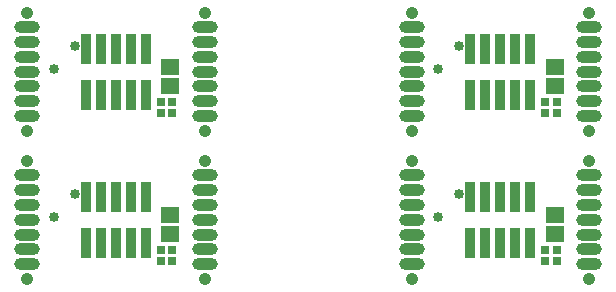
<source format=gbs>
G04 Layer_Color=16711935*
%FSAX24Y24*%
%MOIN*%
G70*
G01*
G75*
%ADD44R,0.0277X0.0296*%
%ADD46R,0.0631X0.0572*%
G04:AMPARAMS|DCode=48|XSize=84.7mil|YSize=41.4mil|CornerRadius=20.7mil|HoleSize=0mil|Usage=FLASHONLY|Rotation=0.000|XOffset=0mil|YOffset=0mil|HoleType=Round|Shape=RoundedRectangle|*
%AMROUNDEDRECTD48*
21,1,0.0847,0.0000,0,0,0.0*
21,1,0.0433,0.0414,0,0,0.0*
1,1,0.0414,0.0217,0.0000*
1,1,0.0414,-0.0217,0.0000*
1,1,0.0414,-0.0217,0.0000*
1,1,0.0414,0.0217,0.0000*
%
%ADD48ROUNDEDRECTD48*%
G04:AMPARAMS|DCode=49|XSize=41.4mil|YSize=41.4mil|CornerRadius=20.7mil|HoleSize=0mil|Usage=FLASHONLY|Rotation=0.000|XOffset=0mil|YOffset=0mil|HoleType=Round|Shape=RoundedRectangle|*
%AMROUNDEDRECTD49*
21,1,0.0414,0.0000,0,0,0.0*
21,1,0.0000,0.0414,0,0,0.0*
1,1,0.0414,0.0000,0.0000*
1,1,0.0414,0.0000,0.0000*
1,1,0.0414,0.0000,0.0000*
1,1,0.0414,0.0000,0.0000*
%
%ADD49ROUNDEDRECTD49*%
%ADD50C,0.0316*%
%ADD51C,0.0336*%
%ADD52R,0.0359X0.1005*%
D44*
X020411Y013945D02*
D03*
X020785D02*
D03*
X020411Y013591D02*
D03*
X020785D02*
D03*
X033222Y013945D02*
D03*
X033596D02*
D03*
X033222Y013591D02*
D03*
X033596D02*
D03*
X020411Y018882D02*
D03*
X020785D02*
D03*
X020411Y018528D02*
D03*
X020785D02*
D03*
X033222Y018882D02*
D03*
X033596D02*
D03*
X033222Y018528D02*
D03*
X033596D02*
D03*
D46*
X020717Y014496D02*
D03*
Y015126D02*
D03*
X033528Y014496D02*
D03*
Y015126D02*
D03*
X020717Y019433D02*
D03*
Y020063D02*
D03*
X033528Y019433D02*
D03*
Y020063D02*
D03*
D48*
X021858Y014969D02*
D03*
Y014476D02*
D03*
Y015461D02*
D03*
Y015953D02*
D03*
Y013984D02*
D03*
Y013492D02*
D03*
Y016445D02*
D03*
X015953D02*
D03*
Y013492D02*
D03*
Y013984D02*
D03*
Y015953D02*
D03*
Y015461D02*
D03*
Y014476D02*
D03*
Y014969D02*
D03*
X034669D02*
D03*
Y014476D02*
D03*
Y015461D02*
D03*
Y015953D02*
D03*
Y013984D02*
D03*
Y013492D02*
D03*
Y016445D02*
D03*
X028764D02*
D03*
Y013492D02*
D03*
Y013984D02*
D03*
Y015953D02*
D03*
Y015461D02*
D03*
Y014476D02*
D03*
Y014969D02*
D03*
X021858Y019906D02*
D03*
Y019413D02*
D03*
Y020398D02*
D03*
Y020890D02*
D03*
Y018921D02*
D03*
Y018429D02*
D03*
Y021382D02*
D03*
X015953D02*
D03*
Y018429D02*
D03*
Y018921D02*
D03*
Y020890D02*
D03*
Y020398D02*
D03*
Y019413D02*
D03*
Y019906D02*
D03*
X034669D02*
D03*
Y019413D02*
D03*
Y020398D02*
D03*
Y020890D02*
D03*
Y018921D02*
D03*
Y018429D02*
D03*
Y021382D02*
D03*
X028764D02*
D03*
Y018429D02*
D03*
Y018921D02*
D03*
Y020890D02*
D03*
Y020398D02*
D03*
Y019413D02*
D03*
Y019906D02*
D03*
D49*
X015953Y016937D02*
D03*
Y013000D02*
D03*
X021858D02*
D03*
Y016937D02*
D03*
X028764D02*
D03*
Y013000D02*
D03*
X034669D02*
D03*
Y016937D02*
D03*
X015953Y021874D02*
D03*
Y017937D02*
D03*
X021858D02*
D03*
Y021874D02*
D03*
X028764D02*
D03*
Y017937D02*
D03*
X034669D02*
D03*
Y021874D02*
D03*
D50*
X022104Y016445D02*
D03*
X021612D02*
D03*
Y015953D02*
D03*
X022104D02*
D03*
Y015461D02*
D03*
X021612D02*
D03*
Y014969D02*
D03*
X022104D02*
D03*
Y014476D02*
D03*
X021612D02*
D03*
Y013984D02*
D03*
X022104D02*
D03*
Y013492D02*
D03*
X021612D02*
D03*
X015707D02*
D03*
X016199D02*
D03*
X015707Y013984D02*
D03*
X016199D02*
D03*
Y014969D02*
D03*
Y014476D02*
D03*
Y015461D02*
D03*
X016200Y015953D02*
D03*
X015707Y014969D02*
D03*
Y014476D02*
D03*
X034915Y016445D02*
D03*
X034423D02*
D03*
Y015953D02*
D03*
X034915D02*
D03*
Y015461D02*
D03*
X034423D02*
D03*
Y014969D02*
D03*
X034915D02*
D03*
Y014476D02*
D03*
X034423D02*
D03*
Y013984D02*
D03*
X034915D02*
D03*
Y013492D02*
D03*
X034423D02*
D03*
X028518D02*
D03*
X029010D02*
D03*
X028518Y013984D02*
D03*
X029010D02*
D03*
Y014969D02*
D03*
Y014476D02*
D03*
Y015461D02*
D03*
X029011Y015953D02*
D03*
X028518Y014969D02*
D03*
Y014476D02*
D03*
X022104Y021382D02*
D03*
X021612D02*
D03*
Y020890D02*
D03*
X022104D02*
D03*
Y020398D02*
D03*
X021612D02*
D03*
Y019906D02*
D03*
X022104D02*
D03*
Y019413D02*
D03*
X021612D02*
D03*
Y018921D02*
D03*
X022104D02*
D03*
Y018429D02*
D03*
X021612D02*
D03*
X015707D02*
D03*
X016199D02*
D03*
X015707Y018921D02*
D03*
X016199D02*
D03*
Y019906D02*
D03*
Y019413D02*
D03*
Y020398D02*
D03*
X016200Y020890D02*
D03*
X015707Y019906D02*
D03*
Y019413D02*
D03*
X034915Y021382D02*
D03*
X034423D02*
D03*
Y020890D02*
D03*
X034915D02*
D03*
Y020398D02*
D03*
X034423D02*
D03*
Y019906D02*
D03*
X034915D02*
D03*
Y019413D02*
D03*
X034423D02*
D03*
Y018921D02*
D03*
X034915D02*
D03*
Y018429D02*
D03*
X034423D02*
D03*
X028518D02*
D03*
X029010D02*
D03*
X028518Y018921D02*
D03*
X029010D02*
D03*
Y019906D02*
D03*
Y019413D02*
D03*
Y020398D02*
D03*
X029011Y020890D02*
D03*
X028518Y019906D02*
D03*
Y019413D02*
D03*
D51*
X017545Y015837D02*
D03*
X017902Y016051D02*
D03*
X016839Y015067D02*
D03*
X030356Y015837D02*
D03*
X030713Y016051D02*
D03*
X029650Y015067D02*
D03*
X017545Y020774D02*
D03*
X017902Y020988D02*
D03*
X016839Y020004D02*
D03*
X030356Y020774D02*
D03*
X030713Y020988D02*
D03*
X029650Y020004D02*
D03*
D52*
X019906Y014201D02*
D03*
Y015736D02*
D03*
X019406Y014201D02*
D03*
X018906D02*
D03*
X018406D02*
D03*
X017906D02*
D03*
X019906Y015736D02*
D03*
X019406D02*
D03*
X018906D02*
D03*
X018406D02*
D03*
X017906D02*
D03*
X032717Y014201D02*
D03*
Y015736D02*
D03*
X032217Y014201D02*
D03*
X031717D02*
D03*
X031217D02*
D03*
X030717D02*
D03*
X032717Y015736D02*
D03*
X032217D02*
D03*
X031717D02*
D03*
X031217D02*
D03*
X030717D02*
D03*
X019906Y019138D02*
D03*
Y020673D02*
D03*
X019406Y019138D02*
D03*
X018906D02*
D03*
X018406D02*
D03*
X017906D02*
D03*
X019906Y020673D02*
D03*
X019406D02*
D03*
X018906D02*
D03*
X018406D02*
D03*
X017906D02*
D03*
X032717Y019138D02*
D03*
Y020673D02*
D03*
X032217Y019138D02*
D03*
X031717D02*
D03*
X031217D02*
D03*
X030717D02*
D03*
X032717Y020673D02*
D03*
X032217D02*
D03*
X031717D02*
D03*
X031217D02*
D03*
X030717D02*
D03*
M02*

</source>
